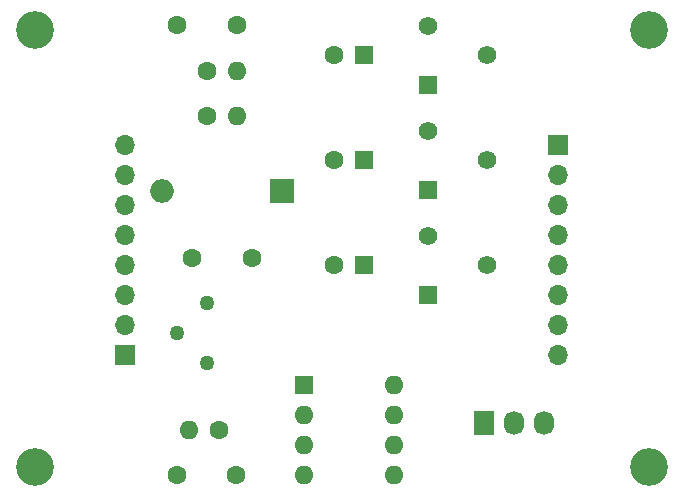
<source format=gbr>
%TF.GenerationSoftware,KiCad,Pcbnew,9.0.6*%
%TF.CreationDate,2026-01-11T11:59:37+09:00*%
%TF.ProjectId,SyncSeparator,53796e63-5365-4706-9172-61746f722e6b,rev?*%
%TF.SameCoordinates,Original*%
%TF.FileFunction,Soldermask,Bot*%
%TF.FilePolarity,Negative*%
%FSLAX46Y46*%
G04 Gerber Fmt 4.6, Leading zero omitted, Abs format (unit mm)*
G04 Created by KiCad (PCBNEW 9.0.6) date 2026-01-11 11:59:37*
%MOMM*%
%LPD*%
G01*
G04 APERTURE LIST*
%ADD10C,1.600000*%
%ADD11R,1.700000X1.700000*%
%ADD12O,1.700000X1.700000*%
%ADD13R,1.560000X1.560000*%
%ADD14C,1.560000*%
%ADD15C,3.200000*%
%ADD16C,1.260000*%
%ADD17R,1.600000X1.600000*%
%ADD18R,2.000000X2.000000*%
%ADD19O,2.000000X2.000000*%
%ADD20O,1.600000X1.600000*%
%ADD21R,1.730000X2.030000*%
%ADD22O,1.730000X2.030000*%
G04 APERTURE END LIST*
D10*
%TO.C,C2*%
X106045000Y-68580000D03*
X101045000Y-68580000D03*
%TD*%
D11*
%TO.C,J2*%
X133293000Y-78755000D03*
D12*
X133293000Y-81295000D03*
X133293000Y-83835000D03*
X133293000Y-86375000D03*
X133293000Y-88915000D03*
X133293000Y-91455000D03*
X133293000Y-93995000D03*
X133293000Y-96535000D03*
%TD*%
D13*
%TO.C,RV2*%
X122220000Y-73620000D03*
D14*
X127220000Y-71120000D03*
X122220000Y-68620000D03*
%TD*%
D15*
%TO.C,REF\u002A\u002A*%
X89000000Y-69000000D03*
%TD*%
%TO.C,REF\u002A\u002A*%
X141000000Y-69000000D03*
%TD*%
D11*
%TO.C,J1*%
X96577000Y-96505000D03*
D12*
X96577000Y-93965000D03*
X96577000Y-91425000D03*
X96577000Y-88885000D03*
X96577000Y-86345000D03*
X96577000Y-83805000D03*
X96577000Y-81265000D03*
X96577000Y-78725000D03*
%TD*%
D16*
%TO.C,RV1*%
X103505000Y-97140000D03*
X100965000Y-94600000D03*
X103505000Y-92060000D03*
%TD*%
D17*
%TO.C,C4*%
X116840000Y-71120000D03*
D10*
X114340000Y-71120000D03*
%TD*%
%TO.C,C1*%
X107315000Y-88265000D03*
X102315000Y-88265000D03*
%TD*%
D18*
%TO.C,D1*%
X109855000Y-82580000D03*
D19*
X99695000Y-82580000D03*
%TD*%
D10*
%TO.C,R1*%
X103505000Y-76240000D03*
D20*
X106045000Y-76240000D03*
%TD*%
D10*
%TO.C,R2*%
X103505000Y-72430000D03*
D20*
X106045000Y-72430000D03*
%TD*%
D17*
%TO.C,C5*%
X116840000Y-80010000D03*
D10*
X114340000Y-80010000D03*
%TD*%
D15*
%TO.C,REF\u002A\u002A*%
X89000000Y-106000000D03*
%TD*%
D17*
%TO.C,C6*%
X116840000Y-88900000D03*
D10*
X114340000Y-88900000D03*
%TD*%
D13*
%TO.C,RV4*%
X122220000Y-91400000D03*
D14*
X127220000Y-88900000D03*
X122220000Y-86400000D03*
%TD*%
D10*
%TO.C,R3*%
X104590000Y-102870000D03*
D20*
X102050000Y-102870000D03*
%TD*%
D10*
%TO.C,C3*%
X101005000Y-106680000D03*
X106005000Y-106680000D03*
%TD*%
D13*
%TO.C,RV3*%
X122220000Y-82510000D03*
D14*
X127220000Y-80010000D03*
X122220000Y-77510000D03*
%TD*%
D17*
%TO.C,U1*%
X111770000Y-99070000D03*
D20*
X111770000Y-101610000D03*
X111770000Y-104150000D03*
X111770000Y-106690000D03*
X119390000Y-106690000D03*
X119390000Y-104150000D03*
X119390000Y-101610000D03*
X119390000Y-99070000D03*
%TD*%
D21*
%TO.C,SW1*%
X127000000Y-102235000D03*
D22*
X129540000Y-102235000D03*
X132080000Y-102235000D03*
%TD*%
D15*
%TO.C,REF\u002A\u002A*%
X141000000Y-106000000D03*
%TD*%
M02*

</source>
